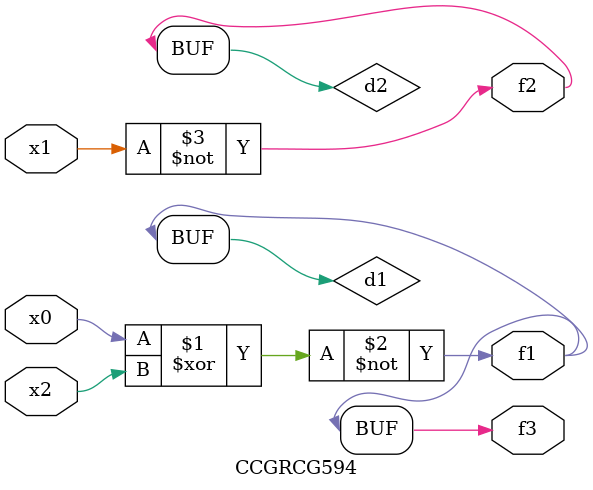
<source format=v>
module CCGRCG594(
	input x0, x1, x2,
	output f1, f2, f3
);

	wire d1, d2, d3;

	xnor (d1, x0, x2);
	nand (d2, x1);
	nor (d3, x1, x2);
	assign f1 = d1;
	assign f2 = d2;
	assign f3 = d1;
endmodule

</source>
